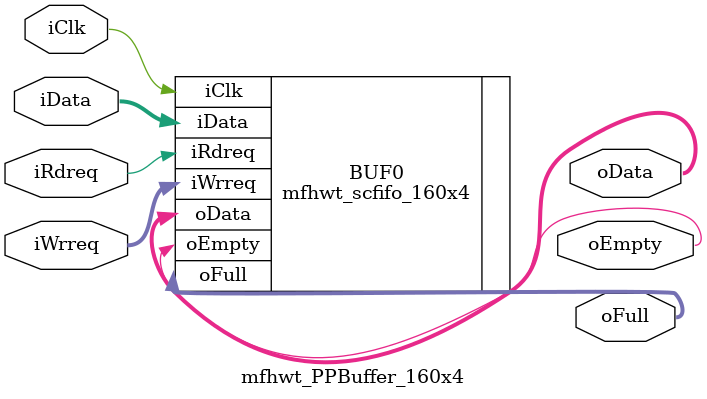
<source format=v>
module mfhwt_PPBuffer_160x4 (
								//Input
								input				iClk,
								input				iRdreq,
								input		[3:0]	iWrreq,
								input		[15:0]	iData,
								//Output
								output		[3:0]	oFull,
								output				oEmpty,
								output		[63:0]	oData
							);

mfhwt_scfifo_160x4	BUF0 	(
								.iClk				(iClk),
								.iWrreq				(iWrreq),
								.iRdreq				(iRdreq),
								.iData				(iData),
								.oFull				(oFull),
								.oEmpty				(oEmpty),
								.oData				(oData)
							);

endmodule

</source>
